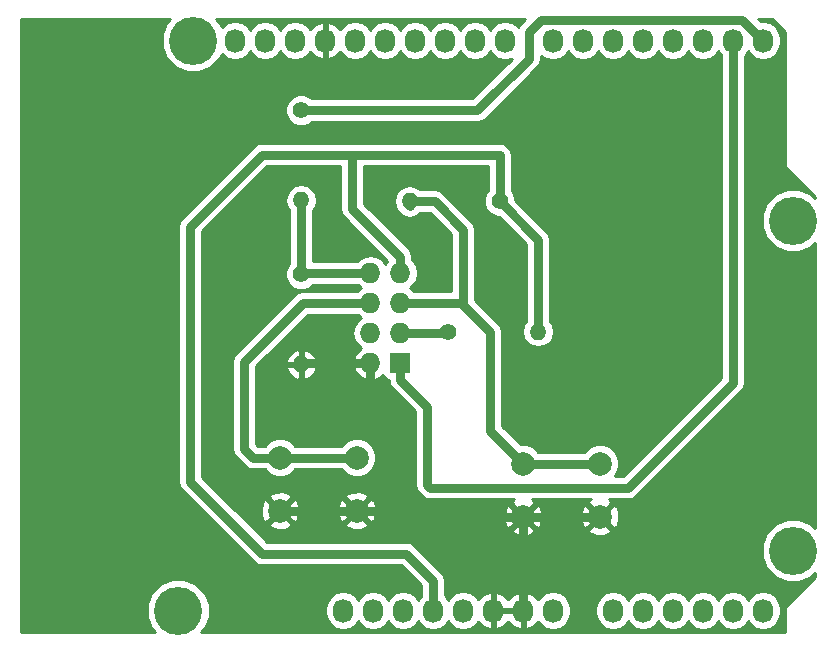
<source format=gbr>
G04 #@! TF.FileFunction,Copper,L2,Bot,Signal*
%FSLAX46Y46*%
G04 Gerber Fmt 4.6, Leading zero omitted, Abs format (unit mm)*
G04 Created by KiCad (PCBNEW 4.0.6) date 08/08/17 09:50:25*
%MOMM*%
%LPD*%
G01*
G04 APERTURE LIST*
%ADD10C,0.100000*%
%ADD11O,1.727200X2.032000*%
%ADD12C,4.064000*%
%ADD13C,2.000000*%
%ADD14C,1.400000*%
%ADD15O,1.400000X1.400000*%
%ADD16R,1.727200X1.727200*%
%ADD17O,1.727200X1.727200*%
%ADD18C,0.750000*%
%ADD19C,0.254000*%
G04 APERTURE END LIST*
D10*
D11*
X138938000Y-123825000D03*
X141478000Y-123825000D03*
X144018000Y-123825000D03*
X146558000Y-123825000D03*
X149098000Y-123825000D03*
X151638000Y-123825000D03*
X154178000Y-123825000D03*
X156718000Y-123825000D03*
X161798000Y-123825000D03*
X164338000Y-123825000D03*
X166878000Y-123825000D03*
X169418000Y-123825000D03*
X171958000Y-123825000D03*
X174498000Y-123825000D03*
X129794000Y-75565000D03*
X132334000Y-75565000D03*
X134874000Y-75565000D03*
X137414000Y-75565000D03*
X139954000Y-75565000D03*
X142494000Y-75565000D03*
X145034000Y-75565000D03*
X147574000Y-75565000D03*
X150114000Y-75565000D03*
X152654000Y-75565000D03*
X156718000Y-75565000D03*
X159258000Y-75565000D03*
X161798000Y-75565000D03*
X164338000Y-75565000D03*
X166878000Y-75565000D03*
X169418000Y-75565000D03*
X171958000Y-75565000D03*
X174498000Y-75565000D03*
D12*
X124968000Y-123825000D03*
X177038000Y-118745000D03*
X126238000Y-75565000D03*
X177038000Y-90805000D03*
D13*
X154178000Y-115879000D03*
X154178000Y-111379000D03*
X160678000Y-115879000D03*
X160678000Y-111379000D03*
X133604000Y-115371000D03*
X133604000Y-110871000D03*
X140104000Y-115371000D03*
X140104000Y-110871000D03*
D14*
X147828000Y-100203000D03*
D15*
X155448000Y-100203000D03*
D14*
X152198000Y-89165000D03*
D15*
X144578000Y-89165000D03*
D14*
X135398000Y-81465000D03*
D15*
X135398000Y-89085000D03*
D14*
X135398000Y-95365000D03*
D15*
X135398000Y-102985000D03*
D16*
X143798000Y-102865000D03*
D17*
X141258000Y-102865000D03*
X143798000Y-100325000D03*
X141258000Y-100325000D03*
X143798000Y-97785000D03*
X141258000Y-97785000D03*
X143798000Y-95245000D03*
X141258000Y-95245000D03*
D18*
X154178000Y-115879000D02*
X145034000Y-115879000D01*
X145034000Y-115879000D02*
X144526000Y-115371000D01*
X154178000Y-123825000D02*
X154178000Y-115879000D01*
X154178000Y-115879000D02*
X160678000Y-115879000D01*
X141258000Y-102865000D02*
X135518000Y-102865000D01*
X135518000Y-102865000D02*
X135398000Y-102985000D01*
X133604000Y-115371000D02*
X140104000Y-115371000D01*
X135518000Y-102865000D02*
X135398000Y-102985000D01*
X141258000Y-102865000D02*
X141258000Y-104301000D01*
X141258000Y-104301000D02*
X144526000Y-107569000D01*
X144526000Y-107569000D02*
X144526000Y-115371000D01*
X144526000Y-115371000D02*
X133604000Y-115371000D01*
X143798000Y-102865000D02*
X143798000Y-104301000D01*
X171958000Y-104521000D02*
X171958000Y-75565000D01*
X163068000Y-113411000D02*
X171958000Y-104521000D01*
X146304000Y-113411000D02*
X163068000Y-113411000D01*
X146050000Y-113157000D02*
X146304000Y-113411000D01*
X146050000Y-106553000D02*
X146050000Y-113157000D01*
X143798000Y-104301000D02*
X146050000Y-106553000D01*
X135398000Y-81465000D02*
X150310000Y-81465000D01*
X172720000Y-73787000D02*
X174498000Y-75565000D01*
X155702000Y-73787000D02*
X172720000Y-73787000D01*
X154686000Y-74803000D02*
X155702000Y-73787000D01*
X154686000Y-77089000D02*
X154686000Y-74803000D01*
X150310000Y-81465000D02*
X154686000Y-77089000D01*
X155448000Y-100203000D02*
X155448000Y-92415000D01*
X155448000Y-92415000D02*
X152198000Y-89165000D01*
X143798000Y-95245000D02*
X143798000Y-93887000D01*
X139700000Y-89789000D02*
X139700000Y-85217000D01*
X143798000Y-93887000D02*
X139700000Y-89789000D01*
X146558000Y-123825000D02*
X146558000Y-121285000D01*
X152198000Y-85269000D02*
X152198000Y-89165000D01*
X152146000Y-85217000D02*
X152198000Y-85269000D01*
X132080000Y-85217000D02*
X139700000Y-85217000D01*
X139700000Y-85217000D02*
X152146000Y-85217000D01*
X125984000Y-91313000D02*
X132080000Y-85217000D01*
X125984000Y-112903000D02*
X125984000Y-91313000D01*
X132080000Y-118999000D02*
X125984000Y-112903000D01*
X144272000Y-118999000D02*
X132080000Y-118999000D01*
X146558000Y-121285000D02*
X144272000Y-118999000D01*
X143798000Y-100325000D02*
X147706000Y-100325000D01*
X147706000Y-100325000D02*
X147828000Y-100203000D01*
X144578000Y-89165000D02*
X146696000Y-89165000D01*
X149098000Y-91567000D02*
X149098000Y-97917000D01*
X146696000Y-89165000D02*
X149098000Y-91567000D01*
X160678000Y-111379000D02*
X154178000Y-111379000D01*
X154178000Y-111379000D02*
X151384000Y-108585000D01*
X151384000Y-100203000D02*
X149098000Y-97917000D01*
X151384000Y-108585000D02*
X151384000Y-100203000D01*
X149098000Y-97917000D02*
X148966000Y-97785000D01*
X148966000Y-97785000D02*
X143798000Y-97785000D01*
X144578000Y-89165000D02*
X144578000Y-89587000D01*
X141258000Y-95245000D02*
X135518000Y-95245000D01*
X135518000Y-95245000D02*
X135398000Y-95125000D01*
X135398000Y-95125000D02*
X135398000Y-89085000D01*
X133604000Y-110871000D02*
X131318000Y-110871000D01*
X135514000Y-97785000D02*
X141258000Y-97785000D01*
X130556000Y-102743000D02*
X135514000Y-97785000D01*
X130556000Y-110109000D02*
X130556000Y-102743000D01*
X131318000Y-110871000D02*
X130556000Y-110109000D01*
X133604000Y-110871000D02*
X140104000Y-110871000D01*
D19*
G36*
X123978345Y-74052293D02*
X123571464Y-75032173D01*
X123570538Y-76093172D01*
X123975709Y-77073761D01*
X124725293Y-77824655D01*
X125705173Y-78231536D01*
X126766172Y-78232462D01*
X127746761Y-77827291D01*
X128497655Y-77077707D01*
X128657071Y-76693789D01*
X128734330Y-76809415D01*
X129220511Y-77134271D01*
X129794000Y-77248345D01*
X130367489Y-77134271D01*
X130853670Y-76809415D01*
X131064000Y-76494634D01*
X131274330Y-76809415D01*
X131760511Y-77134271D01*
X132334000Y-77248345D01*
X132907489Y-77134271D01*
X133393670Y-76809415D01*
X133604000Y-76494634D01*
X133814330Y-76809415D01*
X134300511Y-77134271D01*
X134874000Y-77248345D01*
X135447489Y-77134271D01*
X135933670Y-76809415D01*
X136140461Y-76499931D01*
X136511964Y-76915732D01*
X137039209Y-77169709D01*
X137054974Y-77172358D01*
X137287000Y-77051217D01*
X137287000Y-75692000D01*
X137267000Y-75692000D01*
X137267000Y-75438000D01*
X137287000Y-75438000D01*
X137287000Y-74078783D01*
X137054974Y-73957642D01*
X137039209Y-73960291D01*
X136511964Y-74214268D01*
X136140461Y-74630069D01*
X135933670Y-74320585D01*
X135447489Y-73995729D01*
X134874000Y-73881655D01*
X134300511Y-73995729D01*
X133814330Y-74320585D01*
X133604000Y-74635366D01*
X133393670Y-74320585D01*
X132907489Y-73995729D01*
X132334000Y-73881655D01*
X131760511Y-73995729D01*
X131274330Y-74320585D01*
X131064000Y-74635366D01*
X130853670Y-74320585D01*
X130367489Y-73995729D01*
X129794000Y-73881655D01*
X129220511Y-73995729D01*
X128734330Y-74320585D01*
X128657208Y-74436007D01*
X128500291Y-74056239D01*
X128179612Y-73735000D01*
X154325644Y-73735000D01*
X153971822Y-74088822D01*
X153765317Y-74397880D01*
X153713670Y-74320585D01*
X153227489Y-73995729D01*
X152654000Y-73881655D01*
X152080511Y-73995729D01*
X151594330Y-74320585D01*
X151384000Y-74635366D01*
X151173670Y-74320585D01*
X150687489Y-73995729D01*
X150114000Y-73881655D01*
X149540511Y-73995729D01*
X149054330Y-74320585D01*
X148844000Y-74635366D01*
X148633670Y-74320585D01*
X148147489Y-73995729D01*
X147574000Y-73881655D01*
X147000511Y-73995729D01*
X146514330Y-74320585D01*
X146304000Y-74635366D01*
X146093670Y-74320585D01*
X145607489Y-73995729D01*
X145034000Y-73881655D01*
X144460511Y-73995729D01*
X143974330Y-74320585D01*
X143764000Y-74635366D01*
X143553670Y-74320585D01*
X143067489Y-73995729D01*
X142494000Y-73881655D01*
X141920511Y-73995729D01*
X141434330Y-74320585D01*
X141224000Y-74635366D01*
X141013670Y-74320585D01*
X140527489Y-73995729D01*
X139954000Y-73881655D01*
X139380511Y-73995729D01*
X138894330Y-74320585D01*
X138687539Y-74630069D01*
X138316036Y-74214268D01*
X137788791Y-73960291D01*
X137773026Y-73957642D01*
X137541000Y-74078783D01*
X137541000Y-75438000D01*
X137561000Y-75438000D01*
X137561000Y-75692000D01*
X137541000Y-75692000D01*
X137541000Y-77051217D01*
X137773026Y-77172358D01*
X137788791Y-77169709D01*
X138316036Y-76915732D01*
X138687539Y-76499931D01*
X138894330Y-76809415D01*
X139380511Y-77134271D01*
X139954000Y-77248345D01*
X140527489Y-77134271D01*
X141013670Y-76809415D01*
X141224000Y-76494634D01*
X141434330Y-76809415D01*
X141920511Y-77134271D01*
X142494000Y-77248345D01*
X143067489Y-77134271D01*
X143553670Y-76809415D01*
X143764000Y-76494634D01*
X143974330Y-76809415D01*
X144460511Y-77134271D01*
X145034000Y-77248345D01*
X145607489Y-77134271D01*
X146093670Y-76809415D01*
X146304000Y-76494634D01*
X146514330Y-76809415D01*
X147000511Y-77134271D01*
X147574000Y-77248345D01*
X148147489Y-77134271D01*
X148633670Y-76809415D01*
X148844000Y-76494634D01*
X149054330Y-76809415D01*
X149540511Y-77134271D01*
X150114000Y-77248345D01*
X150687489Y-77134271D01*
X151173670Y-76809415D01*
X151384000Y-76494634D01*
X151594330Y-76809415D01*
X152080511Y-77134271D01*
X152654000Y-77248345D01*
X153208620Y-77138024D01*
X149891644Y-80455000D01*
X136276091Y-80455000D01*
X136155204Y-80333902D01*
X135664713Y-80130232D01*
X135133617Y-80129769D01*
X134642771Y-80332582D01*
X134266902Y-80707796D01*
X134063232Y-81198287D01*
X134062769Y-81729383D01*
X134265582Y-82220229D01*
X134640796Y-82596098D01*
X135131287Y-82799768D01*
X135662383Y-82800231D01*
X136153229Y-82597418D01*
X136275861Y-82475000D01*
X150310000Y-82475000D01*
X150696510Y-82398118D01*
X151024178Y-82179178D01*
X155400178Y-77803178D01*
X155619118Y-77475510D01*
X155696001Y-77089000D01*
X155696000Y-77088995D01*
X155696000Y-76834585D01*
X156144511Y-77134271D01*
X156718000Y-77248345D01*
X157291489Y-77134271D01*
X157777670Y-76809415D01*
X157988000Y-76494634D01*
X158198330Y-76809415D01*
X158684511Y-77134271D01*
X159258000Y-77248345D01*
X159831489Y-77134271D01*
X160317670Y-76809415D01*
X160528000Y-76494634D01*
X160738330Y-76809415D01*
X161224511Y-77134271D01*
X161798000Y-77248345D01*
X162371489Y-77134271D01*
X162857670Y-76809415D01*
X163068000Y-76494634D01*
X163278330Y-76809415D01*
X163764511Y-77134271D01*
X164338000Y-77248345D01*
X164911489Y-77134271D01*
X165397670Y-76809415D01*
X165608000Y-76494634D01*
X165818330Y-76809415D01*
X166304511Y-77134271D01*
X166878000Y-77248345D01*
X167451489Y-77134271D01*
X167937670Y-76809415D01*
X168148000Y-76494634D01*
X168358330Y-76809415D01*
X168844511Y-77134271D01*
X169418000Y-77248345D01*
X169991489Y-77134271D01*
X170477670Y-76809415D01*
X170688000Y-76494634D01*
X170898330Y-76809415D01*
X170948000Y-76842603D01*
X170948000Y-104102644D01*
X162649644Y-112401000D01*
X161968475Y-112401000D01*
X162063278Y-112306363D01*
X162312716Y-111705648D01*
X162313284Y-111055205D01*
X162064894Y-110454057D01*
X161605363Y-109993722D01*
X161004648Y-109744284D01*
X160354205Y-109743716D01*
X159753057Y-109992106D01*
X159375504Y-110369000D01*
X155479986Y-110369000D01*
X155105363Y-109993722D01*
X154504648Y-109744284D01*
X153971174Y-109743818D01*
X152394000Y-108166644D01*
X152394000Y-100203000D01*
X152317118Y-99816490D01*
X152098178Y-99488822D01*
X150108000Y-97498644D01*
X150108000Y-91567000D01*
X150031118Y-91180490D01*
X149812178Y-90852822D01*
X147410178Y-88450822D01*
X147082510Y-88231882D01*
X146696000Y-88155000D01*
X145449348Y-88155000D01*
X145115036Y-87931621D01*
X144604154Y-87830000D01*
X144551846Y-87830000D01*
X144040964Y-87931621D01*
X143607858Y-88221012D01*
X143318467Y-88654118D01*
X143216846Y-89165000D01*
X143318467Y-89675882D01*
X143607858Y-90108988D01*
X143838279Y-90262950D01*
X143863822Y-90301178D01*
X144191490Y-90520118D01*
X144578000Y-90597000D01*
X144964510Y-90520118D01*
X145292178Y-90301178D01*
X145317721Y-90262950D01*
X145449348Y-90175000D01*
X146277644Y-90175000D01*
X148088000Y-91985356D01*
X148088000Y-96775000D01*
X144920217Y-96775000D01*
X144887029Y-96725330D01*
X144572248Y-96515000D01*
X144887029Y-96304670D01*
X145211885Y-95818489D01*
X145325959Y-95245000D01*
X145211885Y-94671511D01*
X144887029Y-94185330D01*
X144808000Y-94132524D01*
X144808000Y-93887000D01*
X144731118Y-93500490D01*
X144512178Y-93172822D01*
X140710000Y-89370644D01*
X140710000Y-86227000D01*
X151188000Y-86227000D01*
X151188000Y-88286909D01*
X151066902Y-88407796D01*
X150863232Y-88898287D01*
X150862769Y-89429383D01*
X151065582Y-89920229D01*
X151440796Y-90296098D01*
X151931287Y-90499768D01*
X152104563Y-90499919D01*
X154438000Y-92833356D01*
X154438000Y-99318664D01*
X154188467Y-99692118D01*
X154086846Y-100203000D01*
X154188467Y-100713882D01*
X154477858Y-101146988D01*
X154910964Y-101436379D01*
X155421846Y-101538000D01*
X155474154Y-101538000D01*
X155985036Y-101436379D01*
X156418142Y-101146988D01*
X156707533Y-100713882D01*
X156809154Y-100203000D01*
X156707533Y-99692118D01*
X156458000Y-99318664D01*
X156458000Y-92415000D01*
X156381118Y-92028490D01*
X156162178Y-91700822D01*
X153533082Y-89071726D01*
X153533231Y-88900617D01*
X153330418Y-88409771D01*
X153208000Y-88287139D01*
X153208000Y-85269000D01*
X153131118Y-84882490D01*
X152912178Y-84554822D01*
X152860178Y-84502822D01*
X152532510Y-84283882D01*
X152146000Y-84207000D01*
X132080000Y-84207000D01*
X131693490Y-84283882D01*
X131365822Y-84502822D01*
X125269822Y-90598822D01*
X125050882Y-90926490D01*
X124974000Y-91313000D01*
X124974000Y-112903000D01*
X125050882Y-113289510D01*
X125269822Y-113617178D01*
X131365822Y-119713178D01*
X131693490Y-119932118D01*
X132080000Y-120009000D01*
X143853644Y-120009000D01*
X145548000Y-121703356D01*
X145548000Y-122547397D01*
X145498330Y-122580585D01*
X145288000Y-122895366D01*
X145077670Y-122580585D01*
X144591489Y-122255729D01*
X144018000Y-122141655D01*
X143444511Y-122255729D01*
X142958330Y-122580585D01*
X142748000Y-122895366D01*
X142537670Y-122580585D01*
X142051489Y-122255729D01*
X141478000Y-122141655D01*
X140904511Y-122255729D01*
X140418330Y-122580585D01*
X140208000Y-122895366D01*
X139997670Y-122580585D01*
X139511489Y-122255729D01*
X138938000Y-122141655D01*
X138364511Y-122255729D01*
X137878330Y-122580585D01*
X137553474Y-123066766D01*
X137439400Y-123640255D01*
X137439400Y-124009745D01*
X137553474Y-124583234D01*
X137878330Y-125069415D01*
X138364511Y-125394271D01*
X138938000Y-125508345D01*
X139511489Y-125394271D01*
X139997670Y-125069415D01*
X140208000Y-124754634D01*
X140418330Y-125069415D01*
X140904511Y-125394271D01*
X141478000Y-125508345D01*
X142051489Y-125394271D01*
X142537670Y-125069415D01*
X142748000Y-124754634D01*
X142958330Y-125069415D01*
X143444511Y-125394271D01*
X144018000Y-125508345D01*
X144591489Y-125394271D01*
X145077670Y-125069415D01*
X145288000Y-124754634D01*
X145498330Y-125069415D01*
X145984511Y-125394271D01*
X146558000Y-125508345D01*
X147131489Y-125394271D01*
X147617670Y-125069415D01*
X147828000Y-124754634D01*
X148038330Y-125069415D01*
X148524511Y-125394271D01*
X149098000Y-125508345D01*
X149671489Y-125394271D01*
X150157670Y-125069415D01*
X150364461Y-124759931D01*
X150735964Y-125175732D01*
X151263209Y-125429709D01*
X151278974Y-125432358D01*
X151511000Y-125311217D01*
X151511000Y-123952000D01*
X151765000Y-123952000D01*
X151765000Y-125311217D01*
X151997026Y-125432358D01*
X152012791Y-125429709D01*
X152540036Y-125175732D01*
X152908000Y-124763892D01*
X153275964Y-125175732D01*
X153803209Y-125429709D01*
X153818974Y-125432358D01*
X154051000Y-125311217D01*
X154051000Y-123952000D01*
X151765000Y-123952000D01*
X151511000Y-123952000D01*
X151491000Y-123952000D01*
X151491000Y-123698000D01*
X151511000Y-123698000D01*
X151511000Y-122338783D01*
X151765000Y-122338783D01*
X151765000Y-123698000D01*
X154051000Y-123698000D01*
X154051000Y-122338783D01*
X154305000Y-122338783D01*
X154305000Y-123698000D01*
X154325000Y-123698000D01*
X154325000Y-123952000D01*
X154305000Y-123952000D01*
X154305000Y-125311217D01*
X154537026Y-125432358D01*
X154552791Y-125429709D01*
X155080036Y-125175732D01*
X155451539Y-124759931D01*
X155658330Y-125069415D01*
X156144511Y-125394271D01*
X156718000Y-125508345D01*
X157291489Y-125394271D01*
X157777670Y-125069415D01*
X158102526Y-124583234D01*
X158216600Y-124009745D01*
X158216600Y-123640255D01*
X160299400Y-123640255D01*
X160299400Y-124009745D01*
X160413474Y-124583234D01*
X160738330Y-125069415D01*
X161224511Y-125394271D01*
X161798000Y-125508345D01*
X162371489Y-125394271D01*
X162857670Y-125069415D01*
X163068000Y-124754634D01*
X163278330Y-125069415D01*
X163764511Y-125394271D01*
X164338000Y-125508345D01*
X164911489Y-125394271D01*
X165397670Y-125069415D01*
X165608000Y-124754634D01*
X165818330Y-125069415D01*
X166304511Y-125394271D01*
X166878000Y-125508345D01*
X167451489Y-125394271D01*
X167937670Y-125069415D01*
X168148000Y-124754634D01*
X168358330Y-125069415D01*
X168844511Y-125394271D01*
X169418000Y-125508345D01*
X169991489Y-125394271D01*
X170477670Y-125069415D01*
X170688000Y-124754634D01*
X170898330Y-125069415D01*
X171384511Y-125394271D01*
X171958000Y-125508345D01*
X172531489Y-125394271D01*
X173017670Y-125069415D01*
X173228000Y-124754634D01*
X173438330Y-125069415D01*
X173924511Y-125394271D01*
X174498000Y-125508345D01*
X175071489Y-125394271D01*
X175557670Y-125069415D01*
X175882526Y-124583234D01*
X175996600Y-124009745D01*
X175996600Y-123640255D01*
X175882526Y-123066766D01*
X175557670Y-122580585D01*
X175071489Y-122255729D01*
X174498000Y-122141655D01*
X173924511Y-122255729D01*
X173438330Y-122580585D01*
X173228000Y-122895366D01*
X173017670Y-122580585D01*
X172531489Y-122255729D01*
X171958000Y-122141655D01*
X171384511Y-122255729D01*
X170898330Y-122580585D01*
X170688000Y-122895366D01*
X170477670Y-122580585D01*
X169991489Y-122255729D01*
X169418000Y-122141655D01*
X168844511Y-122255729D01*
X168358330Y-122580585D01*
X168148000Y-122895366D01*
X167937670Y-122580585D01*
X167451489Y-122255729D01*
X166878000Y-122141655D01*
X166304511Y-122255729D01*
X165818330Y-122580585D01*
X165608000Y-122895366D01*
X165397670Y-122580585D01*
X164911489Y-122255729D01*
X164338000Y-122141655D01*
X163764511Y-122255729D01*
X163278330Y-122580585D01*
X163068000Y-122895366D01*
X162857670Y-122580585D01*
X162371489Y-122255729D01*
X161798000Y-122141655D01*
X161224511Y-122255729D01*
X160738330Y-122580585D01*
X160413474Y-123066766D01*
X160299400Y-123640255D01*
X158216600Y-123640255D01*
X158102526Y-123066766D01*
X157777670Y-122580585D01*
X157291489Y-122255729D01*
X156718000Y-122141655D01*
X156144511Y-122255729D01*
X155658330Y-122580585D01*
X155451539Y-122890069D01*
X155080036Y-122474268D01*
X154552791Y-122220291D01*
X154537026Y-122217642D01*
X154305000Y-122338783D01*
X154051000Y-122338783D01*
X153818974Y-122217642D01*
X153803209Y-122220291D01*
X153275964Y-122474268D01*
X152908000Y-122886108D01*
X152540036Y-122474268D01*
X152012791Y-122220291D01*
X151997026Y-122217642D01*
X151765000Y-122338783D01*
X151511000Y-122338783D01*
X151278974Y-122217642D01*
X151263209Y-122220291D01*
X150735964Y-122474268D01*
X150364461Y-122890069D01*
X150157670Y-122580585D01*
X149671489Y-122255729D01*
X149098000Y-122141655D01*
X148524511Y-122255729D01*
X148038330Y-122580585D01*
X147828000Y-122895366D01*
X147617670Y-122580585D01*
X147568000Y-122547397D01*
X147568000Y-121285000D01*
X147491118Y-120898490D01*
X147272178Y-120570822D01*
X144986178Y-118284822D01*
X144658510Y-118065882D01*
X144272000Y-117989000D01*
X132498356Y-117989000D01*
X131540888Y-117031532D01*
X153205073Y-117031532D01*
X153303736Y-117298387D01*
X153913461Y-117524908D01*
X154563460Y-117500856D01*
X155052264Y-117298387D01*
X155150927Y-117031532D01*
X159705073Y-117031532D01*
X159803736Y-117298387D01*
X160413461Y-117524908D01*
X161063460Y-117500856D01*
X161552264Y-117298387D01*
X161650927Y-117031532D01*
X160678000Y-116058605D01*
X159705073Y-117031532D01*
X155150927Y-117031532D01*
X154178000Y-116058605D01*
X153205073Y-117031532D01*
X131540888Y-117031532D01*
X131032888Y-116523532D01*
X132631073Y-116523532D01*
X132729736Y-116790387D01*
X133339461Y-117016908D01*
X133989460Y-116992856D01*
X134478264Y-116790387D01*
X134576927Y-116523532D01*
X139131073Y-116523532D01*
X139229736Y-116790387D01*
X139839461Y-117016908D01*
X140489460Y-116992856D01*
X140978264Y-116790387D01*
X141076927Y-116523532D01*
X140104000Y-115550605D01*
X139131073Y-116523532D01*
X134576927Y-116523532D01*
X133604000Y-115550605D01*
X132631073Y-116523532D01*
X131032888Y-116523532D01*
X129615817Y-115106461D01*
X131958092Y-115106461D01*
X131982144Y-115756460D01*
X132184613Y-116245264D01*
X132451468Y-116343927D01*
X133424395Y-115371000D01*
X133783605Y-115371000D01*
X134756532Y-116343927D01*
X135023387Y-116245264D01*
X135249908Y-115635539D01*
X135230331Y-115106461D01*
X138458092Y-115106461D01*
X138482144Y-115756460D01*
X138684613Y-116245264D01*
X138951468Y-116343927D01*
X139924395Y-115371000D01*
X140283605Y-115371000D01*
X141256532Y-116343927D01*
X141523387Y-116245264D01*
X141749908Y-115635539D01*
X141749129Y-115614461D01*
X152532092Y-115614461D01*
X152556144Y-116264460D01*
X152758613Y-116753264D01*
X153025468Y-116851927D01*
X153998395Y-115879000D01*
X154357605Y-115879000D01*
X155330532Y-116851927D01*
X155597387Y-116753264D01*
X155823908Y-116143539D01*
X155804331Y-115614461D01*
X159032092Y-115614461D01*
X159056144Y-116264460D01*
X159258613Y-116753264D01*
X159525468Y-116851927D01*
X160498395Y-115879000D01*
X160857605Y-115879000D01*
X161830532Y-116851927D01*
X162097387Y-116753264D01*
X162323908Y-116143539D01*
X162299856Y-115493540D01*
X162097387Y-115004736D01*
X161830532Y-114906073D01*
X160857605Y-115879000D01*
X160498395Y-115879000D01*
X159525468Y-114906073D01*
X159258613Y-115004736D01*
X159032092Y-115614461D01*
X155804331Y-115614461D01*
X155799856Y-115493540D01*
X155597387Y-115004736D01*
X155330532Y-114906073D01*
X154357605Y-115879000D01*
X153998395Y-115879000D01*
X153025468Y-114906073D01*
X152758613Y-115004736D01*
X152532092Y-115614461D01*
X141749129Y-115614461D01*
X141725856Y-114985540D01*
X141523387Y-114496736D01*
X141256532Y-114398073D01*
X140283605Y-115371000D01*
X139924395Y-115371000D01*
X138951468Y-114398073D01*
X138684613Y-114496736D01*
X138458092Y-115106461D01*
X135230331Y-115106461D01*
X135225856Y-114985540D01*
X135023387Y-114496736D01*
X134756532Y-114398073D01*
X133783605Y-115371000D01*
X133424395Y-115371000D01*
X132451468Y-114398073D01*
X132184613Y-114496736D01*
X131958092Y-115106461D01*
X129615817Y-115106461D01*
X128727824Y-114218468D01*
X132631073Y-114218468D01*
X133604000Y-115191395D01*
X134576927Y-114218468D01*
X139131073Y-114218468D01*
X140104000Y-115191395D01*
X141076927Y-114218468D01*
X140978264Y-113951613D01*
X140368539Y-113725092D01*
X139718540Y-113749144D01*
X139229736Y-113951613D01*
X139131073Y-114218468D01*
X134576927Y-114218468D01*
X134478264Y-113951613D01*
X133868539Y-113725092D01*
X133218540Y-113749144D01*
X132729736Y-113951613D01*
X132631073Y-114218468D01*
X128727824Y-114218468D01*
X126994000Y-112484644D01*
X126994000Y-91731356D01*
X132498356Y-86227000D01*
X138690000Y-86227000D01*
X138690000Y-89789000D01*
X138766882Y-90175510D01*
X138985822Y-90503178D01*
X142692550Y-94209906D01*
X142528000Y-94456172D01*
X142347029Y-94185330D01*
X141860848Y-93860474D01*
X141287359Y-93746400D01*
X141228641Y-93746400D01*
X140655152Y-93860474D01*
X140168971Y-94185330D01*
X140135783Y-94235000D01*
X136408000Y-94235000D01*
X136408000Y-89956348D01*
X136631379Y-89622036D01*
X136733000Y-89111154D01*
X136733000Y-89058846D01*
X136631379Y-88547964D01*
X136341988Y-88114858D01*
X135908882Y-87825467D01*
X135398000Y-87723846D01*
X134887118Y-87825467D01*
X134454012Y-88114858D01*
X134164621Y-88547964D01*
X134063000Y-89058846D01*
X134063000Y-89111154D01*
X134164621Y-89622036D01*
X134388000Y-89956348D01*
X134388000Y-94486909D01*
X134266902Y-94607796D01*
X134063232Y-95098287D01*
X134062769Y-95629383D01*
X134265582Y-96120229D01*
X134640796Y-96496098D01*
X135131287Y-96699768D01*
X135662383Y-96700231D01*
X136153229Y-96497418D01*
X136396070Y-96255000D01*
X140135783Y-96255000D01*
X140168971Y-96304670D01*
X140483752Y-96515000D01*
X140168971Y-96725330D01*
X140135783Y-96775000D01*
X135514000Y-96775000D01*
X135127490Y-96851882D01*
X134799822Y-97070822D01*
X129841822Y-102028822D01*
X129622882Y-102356490D01*
X129546000Y-102743000D01*
X129546000Y-110109000D01*
X129622882Y-110495510D01*
X129841822Y-110823178D01*
X130603822Y-111585178D01*
X130931490Y-111804118D01*
X131318000Y-111881000D01*
X132302014Y-111881000D01*
X132676637Y-112256278D01*
X133277352Y-112505716D01*
X133927795Y-112506284D01*
X134528943Y-112257894D01*
X134906496Y-111881000D01*
X138802014Y-111881000D01*
X139176637Y-112256278D01*
X139777352Y-112505716D01*
X140427795Y-112506284D01*
X141028943Y-112257894D01*
X141489278Y-111798363D01*
X141738716Y-111197648D01*
X141739284Y-110547205D01*
X141490894Y-109946057D01*
X141031363Y-109485722D01*
X140430648Y-109236284D01*
X139780205Y-109235716D01*
X139179057Y-109484106D01*
X138801504Y-109861000D01*
X134905986Y-109861000D01*
X134531363Y-109485722D01*
X133930648Y-109236284D01*
X133280205Y-109235716D01*
X132679057Y-109484106D01*
X132301504Y-109861000D01*
X131736356Y-109861000D01*
X131566000Y-109690644D01*
X131566000Y-103318331D01*
X134105273Y-103318331D01*
X134331236Y-103787663D01*
X134719604Y-104134797D01*
X135064671Y-104277716D01*
X135271000Y-104154374D01*
X135271000Y-103112000D01*
X135525000Y-103112000D01*
X135525000Y-104154374D01*
X135731329Y-104277716D01*
X136076396Y-104134797D01*
X136464764Y-103787663D01*
X136690727Y-103318331D01*
X136634728Y-103224026D01*
X139803042Y-103224026D01*
X139975312Y-103639947D01*
X140369510Y-104071821D01*
X140898973Y-104319968D01*
X141131000Y-104199469D01*
X141131000Y-102992000D01*
X139924183Y-102992000D01*
X139803042Y-103224026D01*
X136634728Y-103224026D01*
X136568206Y-103112000D01*
X135525000Y-103112000D01*
X135271000Y-103112000D01*
X134227794Y-103112000D01*
X134105273Y-103318331D01*
X131566000Y-103318331D01*
X131566000Y-103161356D01*
X132075687Y-102651669D01*
X134105273Y-102651669D01*
X134227794Y-102858000D01*
X135271000Y-102858000D01*
X135271000Y-101815626D01*
X135525000Y-101815626D01*
X135525000Y-102858000D01*
X136568206Y-102858000D01*
X136690727Y-102651669D01*
X136464764Y-102182337D01*
X136076396Y-101835203D01*
X135731329Y-101692284D01*
X135525000Y-101815626D01*
X135271000Y-101815626D01*
X135064671Y-101692284D01*
X134719604Y-101835203D01*
X134331236Y-102182337D01*
X134105273Y-102651669D01*
X132075687Y-102651669D01*
X135932356Y-98795000D01*
X140135783Y-98795000D01*
X140168971Y-98844670D01*
X140483752Y-99055000D01*
X140168971Y-99265330D01*
X139844115Y-99751511D01*
X139730041Y-100325000D01*
X139844115Y-100898489D01*
X140168971Y-101384670D01*
X140492228Y-101600664D01*
X140369510Y-101658179D01*
X139975312Y-102090053D01*
X139803042Y-102505974D01*
X139924183Y-102738000D01*
X141131000Y-102738000D01*
X141131000Y-102718000D01*
X141385000Y-102718000D01*
X141385000Y-102738000D01*
X141405000Y-102738000D01*
X141405000Y-102992000D01*
X141385000Y-102992000D01*
X141385000Y-104199469D01*
X141617027Y-104319968D01*
X142146490Y-104071821D01*
X142316495Y-103885567D01*
X142331238Y-103963917D01*
X142470310Y-104180041D01*
X142682510Y-104325031D01*
X142797408Y-104348298D01*
X142864882Y-104687510D01*
X143083822Y-105015178D01*
X145040000Y-106971356D01*
X145040000Y-113157000D01*
X145116882Y-113543510D01*
X145335822Y-113871178D01*
X145589822Y-114125178D01*
X145917490Y-114344118D01*
X146304000Y-114421000D01*
X153396956Y-114421000D01*
X153303736Y-114459613D01*
X153205073Y-114726468D01*
X154178000Y-115699395D01*
X155150927Y-114726468D01*
X155052264Y-114459613D01*
X154948330Y-114421000D01*
X159896956Y-114421000D01*
X159803736Y-114459613D01*
X159705073Y-114726468D01*
X160678000Y-115699395D01*
X161650927Y-114726468D01*
X161552264Y-114459613D01*
X161448330Y-114421000D01*
X163068000Y-114421000D01*
X163454510Y-114344118D01*
X163782178Y-114125178D01*
X172672178Y-105235178D01*
X172891118Y-104907510D01*
X172968001Y-104521000D01*
X172968000Y-104520995D01*
X172968000Y-76842603D01*
X173017670Y-76809415D01*
X173228000Y-76494634D01*
X173438330Y-76809415D01*
X173924511Y-77134271D01*
X174498000Y-77248345D01*
X175071489Y-77134271D01*
X175557670Y-76809415D01*
X175882526Y-76323234D01*
X175996600Y-75749745D01*
X175996600Y-75380255D01*
X175882526Y-74806766D01*
X175557670Y-74320585D01*
X175071489Y-73995729D01*
X174498000Y-73881655D01*
X174285316Y-73923960D01*
X174096356Y-73735000D01*
X175219908Y-73735000D01*
X176328000Y-74843091D01*
X176328000Y-85979000D01*
X176382046Y-86250705D01*
X176535954Y-86481046D01*
X178868000Y-88813091D01*
X178868000Y-88863193D01*
X178550707Y-88545345D01*
X177570827Y-88138464D01*
X176509828Y-88137538D01*
X175529239Y-88542709D01*
X174778345Y-89292293D01*
X174371464Y-90272173D01*
X174370538Y-91333172D01*
X174775709Y-92313761D01*
X175525293Y-93064655D01*
X176505173Y-93471536D01*
X177566172Y-93472462D01*
X178546761Y-93067291D01*
X178868000Y-92746612D01*
X178868000Y-116803193D01*
X178550707Y-116485345D01*
X177570827Y-116078464D01*
X176509828Y-116077538D01*
X175529239Y-116482709D01*
X174778345Y-117232293D01*
X174371464Y-118212173D01*
X174370538Y-119273172D01*
X174775709Y-120253761D01*
X175525293Y-121004655D01*
X176505173Y-121411536D01*
X177566172Y-121412462D01*
X178546761Y-121007291D01*
X178868000Y-120686612D01*
X178868000Y-120990909D01*
X176535954Y-123322954D01*
X176382046Y-123553295D01*
X176328000Y-123825000D01*
X176328000Y-125655000D01*
X126909807Y-125655000D01*
X127227655Y-125337707D01*
X127634536Y-124357827D01*
X127635462Y-123296828D01*
X127230291Y-122316239D01*
X126480707Y-121565345D01*
X125500827Y-121158464D01*
X124439828Y-121157538D01*
X123459239Y-121562709D01*
X122708345Y-122312293D01*
X122301464Y-123292173D01*
X122300538Y-124353172D01*
X122705709Y-125333761D01*
X123026388Y-125655000D01*
X111708000Y-125655000D01*
X111708000Y-73735000D01*
X124296193Y-73735000D01*
X123978345Y-74052293D01*
X123978345Y-74052293D01*
G37*
X123978345Y-74052293D02*
X123571464Y-75032173D01*
X123570538Y-76093172D01*
X123975709Y-77073761D01*
X124725293Y-77824655D01*
X125705173Y-78231536D01*
X126766172Y-78232462D01*
X127746761Y-77827291D01*
X128497655Y-77077707D01*
X128657071Y-76693789D01*
X128734330Y-76809415D01*
X129220511Y-77134271D01*
X129794000Y-77248345D01*
X130367489Y-77134271D01*
X130853670Y-76809415D01*
X131064000Y-76494634D01*
X131274330Y-76809415D01*
X131760511Y-77134271D01*
X132334000Y-77248345D01*
X132907489Y-77134271D01*
X133393670Y-76809415D01*
X133604000Y-76494634D01*
X133814330Y-76809415D01*
X134300511Y-77134271D01*
X134874000Y-77248345D01*
X135447489Y-77134271D01*
X135933670Y-76809415D01*
X136140461Y-76499931D01*
X136511964Y-76915732D01*
X137039209Y-77169709D01*
X137054974Y-77172358D01*
X137287000Y-77051217D01*
X137287000Y-75692000D01*
X137267000Y-75692000D01*
X137267000Y-75438000D01*
X137287000Y-75438000D01*
X137287000Y-74078783D01*
X137054974Y-73957642D01*
X137039209Y-73960291D01*
X136511964Y-74214268D01*
X136140461Y-74630069D01*
X135933670Y-74320585D01*
X135447489Y-73995729D01*
X134874000Y-73881655D01*
X134300511Y-73995729D01*
X133814330Y-74320585D01*
X133604000Y-74635366D01*
X133393670Y-74320585D01*
X132907489Y-73995729D01*
X132334000Y-73881655D01*
X131760511Y-73995729D01*
X131274330Y-74320585D01*
X131064000Y-74635366D01*
X130853670Y-74320585D01*
X130367489Y-73995729D01*
X129794000Y-73881655D01*
X129220511Y-73995729D01*
X128734330Y-74320585D01*
X128657208Y-74436007D01*
X128500291Y-74056239D01*
X128179612Y-73735000D01*
X154325644Y-73735000D01*
X153971822Y-74088822D01*
X153765317Y-74397880D01*
X153713670Y-74320585D01*
X153227489Y-73995729D01*
X152654000Y-73881655D01*
X152080511Y-73995729D01*
X151594330Y-74320585D01*
X151384000Y-74635366D01*
X151173670Y-74320585D01*
X150687489Y-73995729D01*
X150114000Y-73881655D01*
X149540511Y-73995729D01*
X149054330Y-74320585D01*
X148844000Y-74635366D01*
X148633670Y-74320585D01*
X148147489Y-73995729D01*
X147574000Y-73881655D01*
X147000511Y-73995729D01*
X146514330Y-74320585D01*
X146304000Y-74635366D01*
X146093670Y-74320585D01*
X145607489Y-73995729D01*
X145034000Y-73881655D01*
X144460511Y-73995729D01*
X143974330Y-74320585D01*
X143764000Y-74635366D01*
X143553670Y-74320585D01*
X143067489Y-73995729D01*
X142494000Y-73881655D01*
X141920511Y-73995729D01*
X141434330Y-74320585D01*
X141224000Y-74635366D01*
X141013670Y-74320585D01*
X140527489Y-73995729D01*
X139954000Y-73881655D01*
X139380511Y-73995729D01*
X138894330Y-74320585D01*
X138687539Y-74630069D01*
X138316036Y-74214268D01*
X137788791Y-73960291D01*
X137773026Y-73957642D01*
X137541000Y-74078783D01*
X137541000Y-75438000D01*
X137561000Y-75438000D01*
X137561000Y-75692000D01*
X137541000Y-75692000D01*
X137541000Y-77051217D01*
X137773026Y-77172358D01*
X137788791Y-77169709D01*
X138316036Y-76915732D01*
X138687539Y-76499931D01*
X138894330Y-76809415D01*
X139380511Y-77134271D01*
X139954000Y-77248345D01*
X140527489Y-77134271D01*
X141013670Y-76809415D01*
X141224000Y-76494634D01*
X141434330Y-76809415D01*
X141920511Y-77134271D01*
X142494000Y-77248345D01*
X143067489Y-77134271D01*
X143553670Y-76809415D01*
X143764000Y-76494634D01*
X143974330Y-76809415D01*
X144460511Y-77134271D01*
X145034000Y-77248345D01*
X145607489Y-77134271D01*
X146093670Y-76809415D01*
X146304000Y-76494634D01*
X146514330Y-76809415D01*
X147000511Y-77134271D01*
X147574000Y-77248345D01*
X148147489Y-77134271D01*
X148633670Y-76809415D01*
X148844000Y-76494634D01*
X149054330Y-76809415D01*
X149540511Y-77134271D01*
X150114000Y-77248345D01*
X150687489Y-77134271D01*
X151173670Y-76809415D01*
X151384000Y-76494634D01*
X151594330Y-76809415D01*
X152080511Y-77134271D01*
X152654000Y-77248345D01*
X153208620Y-77138024D01*
X149891644Y-80455000D01*
X136276091Y-80455000D01*
X136155204Y-80333902D01*
X135664713Y-80130232D01*
X135133617Y-80129769D01*
X134642771Y-80332582D01*
X134266902Y-80707796D01*
X134063232Y-81198287D01*
X134062769Y-81729383D01*
X134265582Y-82220229D01*
X134640796Y-82596098D01*
X135131287Y-82799768D01*
X135662383Y-82800231D01*
X136153229Y-82597418D01*
X136275861Y-82475000D01*
X150310000Y-82475000D01*
X150696510Y-82398118D01*
X151024178Y-82179178D01*
X155400178Y-77803178D01*
X155619118Y-77475510D01*
X155696001Y-77089000D01*
X155696000Y-77088995D01*
X155696000Y-76834585D01*
X156144511Y-77134271D01*
X156718000Y-77248345D01*
X157291489Y-77134271D01*
X157777670Y-76809415D01*
X157988000Y-76494634D01*
X158198330Y-76809415D01*
X158684511Y-77134271D01*
X159258000Y-77248345D01*
X159831489Y-77134271D01*
X160317670Y-76809415D01*
X160528000Y-76494634D01*
X160738330Y-76809415D01*
X161224511Y-77134271D01*
X161798000Y-77248345D01*
X162371489Y-77134271D01*
X162857670Y-76809415D01*
X163068000Y-76494634D01*
X163278330Y-76809415D01*
X163764511Y-77134271D01*
X164338000Y-77248345D01*
X164911489Y-77134271D01*
X165397670Y-76809415D01*
X165608000Y-76494634D01*
X165818330Y-76809415D01*
X166304511Y-77134271D01*
X166878000Y-77248345D01*
X167451489Y-77134271D01*
X167937670Y-76809415D01*
X168148000Y-76494634D01*
X168358330Y-76809415D01*
X168844511Y-77134271D01*
X169418000Y-77248345D01*
X169991489Y-77134271D01*
X170477670Y-76809415D01*
X170688000Y-76494634D01*
X170898330Y-76809415D01*
X170948000Y-76842603D01*
X170948000Y-104102644D01*
X162649644Y-112401000D01*
X161968475Y-112401000D01*
X162063278Y-112306363D01*
X162312716Y-111705648D01*
X162313284Y-111055205D01*
X162064894Y-110454057D01*
X161605363Y-109993722D01*
X161004648Y-109744284D01*
X160354205Y-109743716D01*
X159753057Y-109992106D01*
X159375504Y-110369000D01*
X155479986Y-110369000D01*
X155105363Y-109993722D01*
X154504648Y-109744284D01*
X153971174Y-109743818D01*
X152394000Y-108166644D01*
X152394000Y-100203000D01*
X152317118Y-99816490D01*
X152098178Y-99488822D01*
X150108000Y-97498644D01*
X150108000Y-91567000D01*
X150031118Y-91180490D01*
X149812178Y-90852822D01*
X147410178Y-88450822D01*
X147082510Y-88231882D01*
X146696000Y-88155000D01*
X145449348Y-88155000D01*
X145115036Y-87931621D01*
X144604154Y-87830000D01*
X144551846Y-87830000D01*
X144040964Y-87931621D01*
X143607858Y-88221012D01*
X143318467Y-88654118D01*
X143216846Y-89165000D01*
X143318467Y-89675882D01*
X143607858Y-90108988D01*
X143838279Y-90262950D01*
X143863822Y-90301178D01*
X144191490Y-90520118D01*
X144578000Y-90597000D01*
X144964510Y-90520118D01*
X145292178Y-90301178D01*
X145317721Y-90262950D01*
X145449348Y-90175000D01*
X146277644Y-90175000D01*
X148088000Y-91985356D01*
X148088000Y-96775000D01*
X144920217Y-96775000D01*
X144887029Y-96725330D01*
X144572248Y-96515000D01*
X144887029Y-96304670D01*
X145211885Y-95818489D01*
X145325959Y-95245000D01*
X145211885Y-94671511D01*
X144887029Y-94185330D01*
X144808000Y-94132524D01*
X144808000Y-93887000D01*
X144731118Y-93500490D01*
X144512178Y-93172822D01*
X140710000Y-89370644D01*
X140710000Y-86227000D01*
X151188000Y-86227000D01*
X151188000Y-88286909D01*
X151066902Y-88407796D01*
X150863232Y-88898287D01*
X150862769Y-89429383D01*
X151065582Y-89920229D01*
X151440796Y-90296098D01*
X151931287Y-90499768D01*
X152104563Y-90499919D01*
X154438000Y-92833356D01*
X154438000Y-99318664D01*
X154188467Y-99692118D01*
X154086846Y-100203000D01*
X154188467Y-100713882D01*
X154477858Y-101146988D01*
X154910964Y-101436379D01*
X155421846Y-101538000D01*
X155474154Y-101538000D01*
X155985036Y-101436379D01*
X156418142Y-101146988D01*
X156707533Y-100713882D01*
X156809154Y-100203000D01*
X156707533Y-99692118D01*
X156458000Y-99318664D01*
X156458000Y-92415000D01*
X156381118Y-92028490D01*
X156162178Y-91700822D01*
X153533082Y-89071726D01*
X153533231Y-88900617D01*
X153330418Y-88409771D01*
X153208000Y-88287139D01*
X153208000Y-85269000D01*
X153131118Y-84882490D01*
X152912178Y-84554822D01*
X152860178Y-84502822D01*
X152532510Y-84283882D01*
X152146000Y-84207000D01*
X132080000Y-84207000D01*
X131693490Y-84283882D01*
X131365822Y-84502822D01*
X125269822Y-90598822D01*
X125050882Y-90926490D01*
X124974000Y-91313000D01*
X124974000Y-112903000D01*
X125050882Y-113289510D01*
X125269822Y-113617178D01*
X131365822Y-119713178D01*
X131693490Y-119932118D01*
X132080000Y-120009000D01*
X143853644Y-120009000D01*
X145548000Y-121703356D01*
X145548000Y-122547397D01*
X145498330Y-122580585D01*
X145288000Y-122895366D01*
X145077670Y-122580585D01*
X144591489Y-122255729D01*
X144018000Y-122141655D01*
X143444511Y-122255729D01*
X142958330Y-122580585D01*
X142748000Y-122895366D01*
X142537670Y-122580585D01*
X142051489Y-122255729D01*
X141478000Y-122141655D01*
X140904511Y-122255729D01*
X140418330Y-122580585D01*
X140208000Y-122895366D01*
X139997670Y-122580585D01*
X139511489Y-122255729D01*
X138938000Y-122141655D01*
X138364511Y-122255729D01*
X137878330Y-122580585D01*
X137553474Y-123066766D01*
X137439400Y-123640255D01*
X137439400Y-124009745D01*
X137553474Y-124583234D01*
X137878330Y-125069415D01*
X138364511Y-125394271D01*
X138938000Y-125508345D01*
X139511489Y-125394271D01*
X139997670Y-125069415D01*
X140208000Y-124754634D01*
X140418330Y-125069415D01*
X140904511Y-125394271D01*
X141478000Y-125508345D01*
X142051489Y-125394271D01*
X142537670Y-125069415D01*
X142748000Y-124754634D01*
X142958330Y-125069415D01*
X143444511Y-125394271D01*
X144018000Y-125508345D01*
X144591489Y-125394271D01*
X145077670Y-125069415D01*
X145288000Y-124754634D01*
X145498330Y-125069415D01*
X145984511Y-125394271D01*
X146558000Y-125508345D01*
X147131489Y-125394271D01*
X147617670Y-125069415D01*
X147828000Y-124754634D01*
X148038330Y-125069415D01*
X148524511Y-125394271D01*
X149098000Y-125508345D01*
X149671489Y-125394271D01*
X150157670Y-125069415D01*
X150364461Y-124759931D01*
X150735964Y-125175732D01*
X151263209Y-125429709D01*
X151278974Y-125432358D01*
X151511000Y-125311217D01*
X151511000Y-123952000D01*
X151765000Y-123952000D01*
X151765000Y-125311217D01*
X151997026Y-125432358D01*
X152012791Y-125429709D01*
X152540036Y-125175732D01*
X152908000Y-124763892D01*
X153275964Y-125175732D01*
X153803209Y-125429709D01*
X153818974Y-125432358D01*
X154051000Y-125311217D01*
X154051000Y-123952000D01*
X151765000Y-123952000D01*
X151511000Y-123952000D01*
X151491000Y-123952000D01*
X151491000Y-123698000D01*
X151511000Y-123698000D01*
X151511000Y-122338783D01*
X151765000Y-122338783D01*
X151765000Y-123698000D01*
X154051000Y-123698000D01*
X154051000Y-122338783D01*
X154305000Y-122338783D01*
X154305000Y-123698000D01*
X154325000Y-123698000D01*
X154325000Y-123952000D01*
X154305000Y-123952000D01*
X154305000Y-125311217D01*
X154537026Y-125432358D01*
X154552791Y-125429709D01*
X155080036Y-125175732D01*
X155451539Y-124759931D01*
X155658330Y-125069415D01*
X156144511Y-125394271D01*
X156718000Y-125508345D01*
X157291489Y-125394271D01*
X157777670Y-125069415D01*
X158102526Y-124583234D01*
X158216600Y-124009745D01*
X158216600Y-123640255D01*
X160299400Y-123640255D01*
X160299400Y-124009745D01*
X160413474Y-124583234D01*
X160738330Y-125069415D01*
X161224511Y-125394271D01*
X161798000Y-125508345D01*
X162371489Y-125394271D01*
X162857670Y-125069415D01*
X163068000Y-124754634D01*
X163278330Y-125069415D01*
X163764511Y-125394271D01*
X164338000Y-125508345D01*
X164911489Y-125394271D01*
X165397670Y-125069415D01*
X165608000Y-124754634D01*
X165818330Y-125069415D01*
X166304511Y-125394271D01*
X166878000Y-125508345D01*
X167451489Y-125394271D01*
X167937670Y-125069415D01*
X168148000Y-124754634D01*
X168358330Y-125069415D01*
X168844511Y-125394271D01*
X169418000Y-125508345D01*
X169991489Y-125394271D01*
X170477670Y-125069415D01*
X170688000Y-124754634D01*
X170898330Y-125069415D01*
X171384511Y-125394271D01*
X171958000Y-125508345D01*
X172531489Y-125394271D01*
X173017670Y-125069415D01*
X173228000Y-124754634D01*
X173438330Y-125069415D01*
X173924511Y-125394271D01*
X174498000Y-125508345D01*
X175071489Y-125394271D01*
X175557670Y-125069415D01*
X175882526Y-124583234D01*
X175996600Y-124009745D01*
X175996600Y-123640255D01*
X175882526Y-123066766D01*
X175557670Y-122580585D01*
X175071489Y-122255729D01*
X174498000Y-122141655D01*
X173924511Y-122255729D01*
X173438330Y-122580585D01*
X173228000Y-122895366D01*
X173017670Y-122580585D01*
X172531489Y-122255729D01*
X171958000Y-122141655D01*
X171384511Y-122255729D01*
X170898330Y-122580585D01*
X170688000Y-122895366D01*
X170477670Y-122580585D01*
X169991489Y-122255729D01*
X169418000Y-122141655D01*
X168844511Y-122255729D01*
X168358330Y-122580585D01*
X168148000Y-122895366D01*
X167937670Y-122580585D01*
X167451489Y-122255729D01*
X166878000Y-122141655D01*
X166304511Y-122255729D01*
X165818330Y-122580585D01*
X165608000Y-122895366D01*
X165397670Y-122580585D01*
X164911489Y-122255729D01*
X164338000Y-122141655D01*
X163764511Y-122255729D01*
X163278330Y-122580585D01*
X163068000Y-122895366D01*
X162857670Y-122580585D01*
X162371489Y-122255729D01*
X161798000Y-122141655D01*
X161224511Y-122255729D01*
X160738330Y-122580585D01*
X160413474Y-123066766D01*
X160299400Y-123640255D01*
X158216600Y-123640255D01*
X158102526Y-123066766D01*
X157777670Y-122580585D01*
X157291489Y-122255729D01*
X156718000Y-122141655D01*
X156144511Y-122255729D01*
X155658330Y-122580585D01*
X155451539Y-122890069D01*
X155080036Y-122474268D01*
X154552791Y-122220291D01*
X154537026Y-122217642D01*
X154305000Y-122338783D01*
X154051000Y-122338783D01*
X153818974Y-122217642D01*
X153803209Y-122220291D01*
X153275964Y-122474268D01*
X152908000Y-122886108D01*
X152540036Y-122474268D01*
X152012791Y-122220291D01*
X151997026Y-122217642D01*
X151765000Y-122338783D01*
X151511000Y-122338783D01*
X151278974Y-122217642D01*
X151263209Y-122220291D01*
X150735964Y-122474268D01*
X150364461Y-122890069D01*
X150157670Y-122580585D01*
X149671489Y-122255729D01*
X149098000Y-122141655D01*
X148524511Y-122255729D01*
X148038330Y-122580585D01*
X147828000Y-122895366D01*
X147617670Y-122580585D01*
X147568000Y-122547397D01*
X147568000Y-121285000D01*
X147491118Y-120898490D01*
X147272178Y-120570822D01*
X144986178Y-118284822D01*
X144658510Y-118065882D01*
X144272000Y-117989000D01*
X132498356Y-117989000D01*
X131540888Y-117031532D01*
X153205073Y-117031532D01*
X153303736Y-117298387D01*
X153913461Y-117524908D01*
X154563460Y-117500856D01*
X155052264Y-117298387D01*
X155150927Y-117031532D01*
X159705073Y-117031532D01*
X159803736Y-117298387D01*
X160413461Y-117524908D01*
X161063460Y-117500856D01*
X161552264Y-117298387D01*
X161650927Y-117031532D01*
X160678000Y-116058605D01*
X159705073Y-117031532D01*
X155150927Y-117031532D01*
X154178000Y-116058605D01*
X153205073Y-117031532D01*
X131540888Y-117031532D01*
X131032888Y-116523532D01*
X132631073Y-116523532D01*
X132729736Y-116790387D01*
X133339461Y-117016908D01*
X133989460Y-116992856D01*
X134478264Y-116790387D01*
X134576927Y-116523532D01*
X139131073Y-116523532D01*
X139229736Y-116790387D01*
X139839461Y-117016908D01*
X140489460Y-116992856D01*
X140978264Y-116790387D01*
X141076927Y-116523532D01*
X140104000Y-115550605D01*
X139131073Y-116523532D01*
X134576927Y-116523532D01*
X133604000Y-115550605D01*
X132631073Y-116523532D01*
X131032888Y-116523532D01*
X129615817Y-115106461D01*
X131958092Y-115106461D01*
X131982144Y-115756460D01*
X132184613Y-116245264D01*
X132451468Y-116343927D01*
X133424395Y-115371000D01*
X133783605Y-115371000D01*
X134756532Y-116343927D01*
X135023387Y-116245264D01*
X135249908Y-115635539D01*
X135230331Y-115106461D01*
X138458092Y-115106461D01*
X138482144Y-115756460D01*
X138684613Y-116245264D01*
X138951468Y-116343927D01*
X139924395Y-115371000D01*
X140283605Y-115371000D01*
X141256532Y-116343927D01*
X141523387Y-116245264D01*
X141749908Y-115635539D01*
X141749129Y-115614461D01*
X152532092Y-115614461D01*
X152556144Y-116264460D01*
X152758613Y-116753264D01*
X153025468Y-116851927D01*
X153998395Y-115879000D01*
X154357605Y-115879000D01*
X155330532Y-116851927D01*
X155597387Y-116753264D01*
X155823908Y-116143539D01*
X155804331Y-115614461D01*
X159032092Y-115614461D01*
X159056144Y-116264460D01*
X159258613Y-116753264D01*
X159525468Y-116851927D01*
X160498395Y-115879000D01*
X160857605Y-115879000D01*
X161830532Y-116851927D01*
X162097387Y-116753264D01*
X162323908Y-116143539D01*
X162299856Y-115493540D01*
X162097387Y-115004736D01*
X161830532Y-114906073D01*
X160857605Y-115879000D01*
X160498395Y-115879000D01*
X159525468Y-114906073D01*
X159258613Y-115004736D01*
X159032092Y-115614461D01*
X155804331Y-115614461D01*
X155799856Y-115493540D01*
X155597387Y-115004736D01*
X155330532Y-114906073D01*
X154357605Y-115879000D01*
X153998395Y-115879000D01*
X153025468Y-114906073D01*
X152758613Y-115004736D01*
X152532092Y-115614461D01*
X141749129Y-115614461D01*
X141725856Y-114985540D01*
X141523387Y-114496736D01*
X141256532Y-114398073D01*
X140283605Y-115371000D01*
X139924395Y-115371000D01*
X138951468Y-114398073D01*
X138684613Y-114496736D01*
X138458092Y-115106461D01*
X135230331Y-115106461D01*
X135225856Y-114985540D01*
X135023387Y-114496736D01*
X134756532Y-114398073D01*
X133783605Y-115371000D01*
X133424395Y-115371000D01*
X132451468Y-114398073D01*
X132184613Y-114496736D01*
X131958092Y-115106461D01*
X129615817Y-115106461D01*
X128727824Y-114218468D01*
X132631073Y-114218468D01*
X133604000Y-115191395D01*
X134576927Y-114218468D01*
X139131073Y-114218468D01*
X140104000Y-115191395D01*
X141076927Y-114218468D01*
X140978264Y-113951613D01*
X140368539Y-113725092D01*
X139718540Y-113749144D01*
X139229736Y-113951613D01*
X139131073Y-114218468D01*
X134576927Y-114218468D01*
X134478264Y-113951613D01*
X133868539Y-113725092D01*
X133218540Y-113749144D01*
X132729736Y-113951613D01*
X132631073Y-114218468D01*
X128727824Y-114218468D01*
X126994000Y-112484644D01*
X126994000Y-91731356D01*
X132498356Y-86227000D01*
X138690000Y-86227000D01*
X138690000Y-89789000D01*
X138766882Y-90175510D01*
X138985822Y-90503178D01*
X142692550Y-94209906D01*
X142528000Y-94456172D01*
X142347029Y-94185330D01*
X141860848Y-93860474D01*
X141287359Y-93746400D01*
X141228641Y-93746400D01*
X140655152Y-93860474D01*
X140168971Y-94185330D01*
X140135783Y-94235000D01*
X136408000Y-94235000D01*
X136408000Y-89956348D01*
X136631379Y-89622036D01*
X136733000Y-89111154D01*
X136733000Y-89058846D01*
X136631379Y-88547964D01*
X136341988Y-88114858D01*
X135908882Y-87825467D01*
X135398000Y-87723846D01*
X134887118Y-87825467D01*
X134454012Y-88114858D01*
X134164621Y-88547964D01*
X134063000Y-89058846D01*
X134063000Y-89111154D01*
X134164621Y-89622036D01*
X134388000Y-89956348D01*
X134388000Y-94486909D01*
X134266902Y-94607796D01*
X134063232Y-95098287D01*
X134062769Y-95629383D01*
X134265582Y-96120229D01*
X134640796Y-96496098D01*
X135131287Y-96699768D01*
X135662383Y-96700231D01*
X136153229Y-96497418D01*
X136396070Y-96255000D01*
X140135783Y-96255000D01*
X140168971Y-96304670D01*
X140483752Y-96515000D01*
X140168971Y-96725330D01*
X140135783Y-96775000D01*
X135514000Y-96775000D01*
X135127490Y-96851882D01*
X134799822Y-97070822D01*
X129841822Y-102028822D01*
X129622882Y-102356490D01*
X129546000Y-102743000D01*
X129546000Y-110109000D01*
X129622882Y-110495510D01*
X129841822Y-110823178D01*
X130603822Y-111585178D01*
X130931490Y-111804118D01*
X131318000Y-111881000D01*
X132302014Y-111881000D01*
X132676637Y-112256278D01*
X133277352Y-112505716D01*
X133927795Y-112506284D01*
X134528943Y-112257894D01*
X134906496Y-111881000D01*
X138802014Y-111881000D01*
X139176637Y-112256278D01*
X139777352Y-112505716D01*
X140427795Y-112506284D01*
X141028943Y-112257894D01*
X141489278Y-111798363D01*
X141738716Y-111197648D01*
X141739284Y-110547205D01*
X141490894Y-109946057D01*
X141031363Y-109485722D01*
X140430648Y-109236284D01*
X139780205Y-109235716D01*
X139179057Y-109484106D01*
X138801504Y-109861000D01*
X134905986Y-109861000D01*
X134531363Y-109485722D01*
X133930648Y-109236284D01*
X133280205Y-109235716D01*
X132679057Y-109484106D01*
X132301504Y-109861000D01*
X131736356Y-109861000D01*
X131566000Y-109690644D01*
X131566000Y-103318331D01*
X134105273Y-103318331D01*
X134331236Y-103787663D01*
X134719604Y-104134797D01*
X135064671Y-104277716D01*
X135271000Y-104154374D01*
X135271000Y-103112000D01*
X135525000Y-103112000D01*
X135525000Y-104154374D01*
X135731329Y-104277716D01*
X136076396Y-104134797D01*
X136464764Y-103787663D01*
X136690727Y-103318331D01*
X136634728Y-103224026D01*
X139803042Y-103224026D01*
X139975312Y-103639947D01*
X140369510Y-104071821D01*
X140898973Y-104319968D01*
X141131000Y-104199469D01*
X141131000Y-102992000D01*
X139924183Y-102992000D01*
X139803042Y-103224026D01*
X136634728Y-103224026D01*
X136568206Y-103112000D01*
X135525000Y-103112000D01*
X135271000Y-103112000D01*
X134227794Y-103112000D01*
X134105273Y-103318331D01*
X131566000Y-103318331D01*
X131566000Y-103161356D01*
X132075687Y-102651669D01*
X134105273Y-102651669D01*
X134227794Y-102858000D01*
X135271000Y-102858000D01*
X135271000Y-101815626D01*
X135525000Y-101815626D01*
X135525000Y-102858000D01*
X136568206Y-102858000D01*
X136690727Y-102651669D01*
X136464764Y-102182337D01*
X136076396Y-101835203D01*
X135731329Y-101692284D01*
X135525000Y-101815626D01*
X135271000Y-101815626D01*
X135064671Y-101692284D01*
X134719604Y-101835203D01*
X134331236Y-102182337D01*
X134105273Y-102651669D01*
X132075687Y-102651669D01*
X135932356Y-98795000D01*
X140135783Y-98795000D01*
X140168971Y-98844670D01*
X140483752Y-99055000D01*
X140168971Y-99265330D01*
X139844115Y-99751511D01*
X139730041Y-100325000D01*
X139844115Y-100898489D01*
X140168971Y-101384670D01*
X140492228Y-101600664D01*
X140369510Y-101658179D01*
X139975312Y-102090053D01*
X139803042Y-102505974D01*
X139924183Y-102738000D01*
X141131000Y-102738000D01*
X141131000Y-102718000D01*
X141385000Y-102718000D01*
X141385000Y-102738000D01*
X141405000Y-102738000D01*
X141405000Y-102992000D01*
X141385000Y-102992000D01*
X141385000Y-104199469D01*
X141617027Y-104319968D01*
X142146490Y-104071821D01*
X142316495Y-103885567D01*
X142331238Y-103963917D01*
X142470310Y-104180041D01*
X142682510Y-104325031D01*
X142797408Y-104348298D01*
X142864882Y-104687510D01*
X143083822Y-105015178D01*
X145040000Y-106971356D01*
X145040000Y-113157000D01*
X145116882Y-113543510D01*
X145335822Y-113871178D01*
X145589822Y-114125178D01*
X145917490Y-114344118D01*
X146304000Y-114421000D01*
X153396956Y-114421000D01*
X153303736Y-114459613D01*
X153205073Y-114726468D01*
X154178000Y-115699395D01*
X155150927Y-114726468D01*
X155052264Y-114459613D01*
X154948330Y-114421000D01*
X159896956Y-114421000D01*
X159803736Y-114459613D01*
X159705073Y-114726468D01*
X160678000Y-115699395D01*
X161650927Y-114726468D01*
X161552264Y-114459613D01*
X161448330Y-114421000D01*
X163068000Y-114421000D01*
X163454510Y-114344118D01*
X163782178Y-114125178D01*
X172672178Y-105235178D01*
X172891118Y-104907510D01*
X172968001Y-104521000D01*
X172968000Y-104520995D01*
X172968000Y-76842603D01*
X173017670Y-76809415D01*
X173228000Y-76494634D01*
X173438330Y-76809415D01*
X173924511Y-77134271D01*
X174498000Y-77248345D01*
X175071489Y-77134271D01*
X175557670Y-76809415D01*
X175882526Y-76323234D01*
X175996600Y-75749745D01*
X175996600Y-75380255D01*
X175882526Y-74806766D01*
X175557670Y-74320585D01*
X175071489Y-73995729D01*
X174498000Y-73881655D01*
X174285316Y-73923960D01*
X174096356Y-73735000D01*
X175219908Y-73735000D01*
X176328000Y-74843091D01*
X176328000Y-85979000D01*
X176382046Y-86250705D01*
X176535954Y-86481046D01*
X178868000Y-88813091D01*
X178868000Y-88863193D01*
X178550707Y-88545345D01*
X177570827Y-88138464D01*
X176509828Y-88137538D01*
X175529239Y-88542709D01*
X174778345Y-89292293D01*
X174371464Y-90272173D01*
X174370538Y-91333172D01*
X174775709Y-92313761D01*
X175525293Y-93064655D01*
X176505173Y-93471536D01*
X177566172Y-93472462D01*
X178546761Y-93067291D01*
X178868000Y-92746612D01*
X178868000Y-116803193D01*
X178550707Y-116485345D01*
X177570827Y-116078464D01*
X176509828Y-116077538D01*
X175529239Y-116482709D01*
X174778345Y-117232293D01*
X174371464Y-118212173D01*
X174370538Y-119273172D01*
X174775709Y-120253761D01*
X175525293Y-121004655D01*
X176505173Y-121411536D01*
X177566172Y-121412462D01*
X178546761Y-121007291D01*
X178868000Y-120686612D01*
X178868000Y-120990909D01*
X176535954Y-123322954D01*
X176382046Y-123553295D01*
X176328000Y-123825000D01*
X176328000Y-125655000D01*
X126909807Y-125655000D01*
X127227655Y-125337707D01*
X127634536Y-124357827D01*
X127635462Y-123296828D01*
X127230291Y-122316239D01*
X126480707Y-121565345D01*
X125500827Y-121158464D01*
X124439828Y-121157538D01*
X123459239Y-121562709D01*
X122708345Y-122312293D01*
X122301464Y-123292173D01*
X122300538Y-124353172D01*
X122705709Y-125333761D01*
X123026388Y-125655000D01*
X111708000Y-125655000D01*
X111708000Y-73735000D01*
X124296193Y-73735000D01*
X123978345Y-74052293D01*
M02*

</source>
